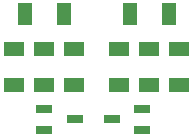
<source format=gtp>
G04*
G04 #@! TF.GenerationSoftware,Altium Limited,Altium Designer,18.1.6 (161)*
G04*
G04 Layer_Color=8421504*
%FSLAX44Y44*%
%MOMM*%
G71*
G01*
G75*
%ADD15R,1.6510X1.2700*%
%ADD16R,1.4000X0.8000*%
%ADD17R,1.2700X1.9000*%
D15*
X234950Y124460D02*
D03*
Y154940D02*
D03*
X209550Y124460D02*
D03*
Y154940D02*
D03*
X184150Y124460D02*
D03*
Y154940D02*
D03*
X146050Y124460D02*
D03*
Y154940D02*
D03*
X120650Y124460D02*
D03*
Y154940D02*
D03*
X95250Y124460D02*
D03*
Y154940D02*
D03*
D16*
X177500Y95250D02*
D03*
X203500Y104250D02*
D03*
Y86250D02*
D03*
X146350Y95250D02*
D03*
X120350Y86250D02*
D03*
Y104250D02*
D03*
D17*
X193050Y184150D02*
D03*
X226050D02*
D03*
X137150D02*
D03*
X104150D02*
D03*
M02*

</source>
